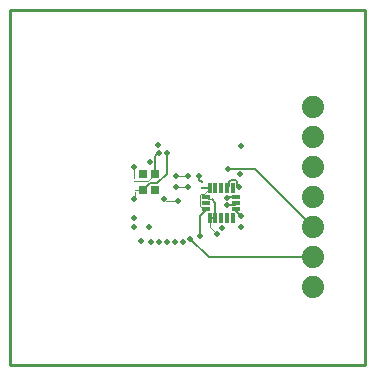
<source format=gbr>
G04 EAGLE Gerber X2 export*
%TF.Part,Single*%
%TF.FileFunction,Copper,L6,Bot,Mixed*%
%TF.FilePolarity,Positive*%
%TF.GenerationSoftware,Autodesk,EAGLE,8.6.3*%
%TF.CreationDate,2018-04-05T08:16:35Z*%
G75*
%MOMM*%
%FSLAX34Y34*%
%LPD*%
%AMOC8*
5,1,8,0,0,1.08239X$1,22.5*%
G01*
%ADD10R,0.250000X0.250000*%
%ADD11C,1.879600*%
%ADD12R,0.300000X0.925000*%
%ADD13R,0.800000X0.300000*%
%ADD14R,0.700000X0.750000*%
%ADD15R,0.150000X0.125000*%
%ADD16C,0.152400*%
%ADD17C,0.508000*%
%ADD18C,0.101600*%
%ADD19C,0.254000*%


D10*
X62375Y54163D03*
X62375Y49591D03*
D11*
X156400Y117800D03*
X156400Y92400D03*
X156400Y67000D03*
X156400Y41600D03*
X156400Y16200D03*
X156400Y-9200D03*
X156400Y-34600D03*
D12*
X68586Y49438D03*
X73586Y49438D03*
X78586Y49438D03*
X83586Y49438D03*
X88586Y49438D03*
D13*
X91336Y41563D03*
X91336Y36563D03*
X91336Y31563D03*
D12*
X88586Y23688D03*
X83586Y23688D03*
X78586Y23688D03*
X73586Y23688D03*
X68586Y23688D03*
D13*
X65836Y31563D03*
X65836Y36563D03*
X65836Y41563D03*
D14*
X22357Y48141D03*
X22357Y61641D03*
X12357Y61641D03*
X12357Y48141D03*
D15*
X5042Y45768D03*
X5042Y48131D03*
X4597Y57991D03*
X4597Y55629D03*
D16*
X107189Y65411D02*
X156400Y16200D01*
X107189Y65411D02*
X83915Y65411D01*
D17*
X83915Y65411D03*
D16*
X12357Y48141D02*
X12347Y48131D01*
D17*
X32227Y79300D03*
D16*
X18030Y53814D02*
X12357Y48141D01*
X18030Y53814D02*
X24294Y53814D01*
X32227Y61747D01*
X32227Y79300D01*
D18*
X12347Y48131D02*
X5042Y48131D01*
D17*
X25437Y79056D03*
D16*
X22357Y68925D02*
X22357Y61641D01*
X22357Y68925D02*
X22769Y69337D01*
X22769Y76388D02*
X25437Y79056D01*
X22769Y76388D02*
X22769Y69337D01*
D18*
X16344Y55629D02*
X4597Y55629D01*
X16344Y55629D02*
X22357Y61641D01*
D16*
X83487Y41563D02*
X91336Y41563D01*
X83487Y41563D02*
X83007Y41083D01*
D17*
X83007Y41083D03*
X93642Y50070D03*
D16*
X91864Y54799D02*
X90823Y55841D01*
X86350Y55841D01*
X85308Y54799D01*
X91864Y51848D02*
X93642Y50070D01*
X91864Y51848D02*
X91864Y54799D01*
X85308Y54799D02*
X85308Y51160D01*
X83586Y49438D01*
D17*
X95497Y25829D03*
D16*
X91336Y29990D01*
X91336Y31563D01*
X68586Y49438D02*
X62528Y49438D01*
X62375Y49591D01*
D17*
X60306Y8424D03*
D16*
X60306Y26032D01*
X64637Y30363D01*
X65836Y31563D01*
D18*
X60312Y43694D02*
X61205Y44587D01*
X60312Y34432D02*
X61205Y33539D01*
X61205Y44587D02*
X63735Y44587D01*
X61461Y33539D02*
X61205Y33539D01*
X61461Y33539D02*
X64637Y30363D01*
X63735Y44587D02*
X68586Y49438D01*
X60312Y43694D02*
X60312Y34432D01*
D16*
X89760Y34987D02*
X91336Y36563D01*
X89760Y34987D02*
X83154Y34987D01*
D17*
X83154Y34987D03*
D16*
X4864Y67579D02*
X4770Y67781D01*
D17*
X4864Y67579D03*
D16*
X5042Y40565D02*
X5024Y40546D01*
D17*
X5024Y40546D03*
X4231Y23755D03*
X19208Y3565D03*
D16*
X62375Y54163D02*
X60000Y56538D01*
X60000Y60000D01*
D17*
X60000Y60000D03*
D16*
X70573Y39841D02*
X73586Y36827D01*
X73586Y23688D01*
X68586Y23688D01*
D17*
X25264Y86123D03*
X26141Y3670D03*
X4956Y16745D03*
X39040Y3536D03*
X95157Y16494D03*
D18*
X4597Y57991D02*
X4597Y67312D01*
X4864Y67579D01*
X5042Y45768D02*
X5042Y40565D01*
D17*
X50000Y60000D03*
D18*
X40000Y60000D01*
D17*
X40000Y60000D03*
X40000Y50000D03*
D18*
X50000Y50000D01*
D17*
X50000Y50000D03*
X30000Y40000D03*
D18*
X31481Y38519D01*
X41481Y38519D01*
D17*
X41481Y38519D03*
X95000Y85000D03*
D18*
X65836Y41563D02*
X67558Y39841D01*
X70573Y39841D01*
X68586Y23688D02*
X68586Y16697D01*
X74525Y10758D01*
D17*
X74525Y10758D03*
X17279Y16238D03*
X18450Y71126D03*
X32944Y3463D03*
X10582Y4756D03*
X45789Y3781D03*
X94174Y61077D03*
X78847Y15507D03*
D16*
X68279Y-9200D02*
X156400Y-9200D01*
X68279Y-9200D02*
X52410Y6669D01*
D17*
X52410Y6669D03*
D19*
X-100000Y-100000D02*
X200000Y-100000D01*
X200000Y200000D01*
X-100000Y200000D01*
X-100000Y-100000D01*
M02*

</source>
